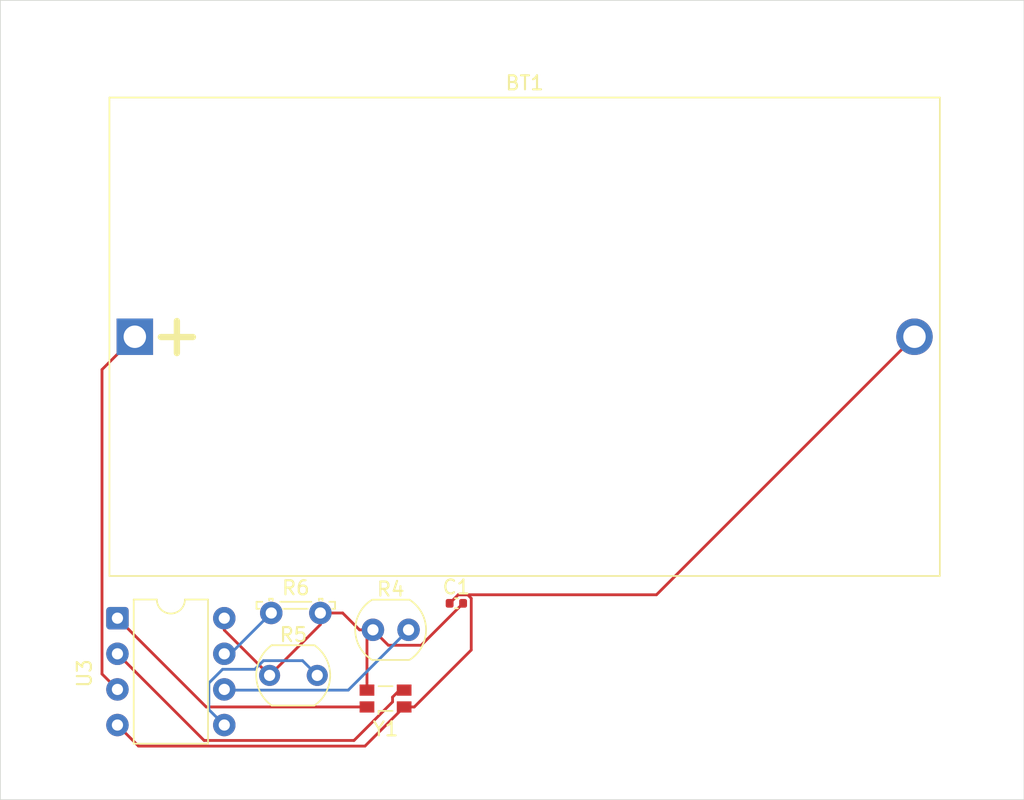
<source format=kicad_pcb>
(kicad_pcb (version 20241229) (generator "pcbnew") (generator_version "9.0")
  (layers (0 "F.Cu" signal) (2 "B.Cu" signal) (13 "F.Paste" user) (15 "B.Paste" user) (5 "F.SilkS" user "F.Silkscreen") (7 "B.SilkS" user "B.Silkscreen") (1 "F.Mask" user) (3 "B.Mask" user) (25 "Edge.Cuts" user))
  (net 0 "")
  (net 1 "Net-(BT1-+)")
  (net 2 "GND")
  (net 3 "VCC")
  (net 4 "Net-(U3-SCL)")
  (net 5 "Net-(U3-SDA)")
  (net 6 "Net-(U3-SQW{slash}OUT)")
  (net 7 "Net-(U3-X2)")
  (net 8 "Net-(U3-X1)")
  (footprint "Oscillator:Oscillator_SMD_SeikoEpson_SG3030CM" (layer "F.Cu") (at 143.47 118.79)
    (property "Reference" "Y1" (at 0 2.17 0) (layer "F.SilkS"))
    (property "Value" "SG-3030CM")
    (fp_line (start -0.5 -0.88) (end 0.5 -0.88) (stroke (width 0.12)) (layer "F.SilkS"))
    (fp_line (start -0.5 0.88) (end 0.5 0.88) (stroke (width 0.12)) (layer "F.SilkS"))
    (fp_line (start -0.5 1.1) (end -0.5 0.88) (stroke (width 0.12)) (layer "F.SilkS"))
    (pad "1" smd rect (at -1.325 0.6) (size 1.05 0.8) (layers "F.Cu" "F.Mask" "F.Paste") (net 8 "Net-(U3-X1)"))
    (pad "2" smd rect (at 1.325 0.6) (size 1.05 0.8) (layers "F.Cu" "F.Mask" "F.Paste") (net 2 "GND"))
    (pad "3" smd rect (at 1.325 -0.6) (size 1.05 0.8) (layers "F.Cu" "F.Mask" "F.Paste") (net 7 "Net-(U3-X2)"))
    (pad "4" smd rect (at -1.325 -0.6) (size 1.05 0.8) (layers "F.Cu" "F.Mask" "F.Paste") (net 3 "VCC"))
  )
  (footprint "Battery:BatteryHolder_Bulgin_BX0036_1xC" (layer "F.Cu") (at 125.59 92.99)
    (property "Reference" "BT1" (at 27.8 -18.1 0) (layer "F.SilkS"))
    (property "Value" "Battery_Cell")
    (fp_line (start -1.81 -17.06) (end -1.81 17.06) (stroke (width 0.12)) (layer "F.SilkS"))
    (fp_line (start -1.81 -17.06) (end 57.41 -17.06) (stroke (width 0.12)) (layer "F.SilkS"))
    (fp_line (start -1.81 17.06) (end 57.41 17.06) (stroke (width 0.12)) (layer "F.SilkS"))
    (fp_line (start 57.41 -17.06) (end 57.41 17.06) (stroke (width 0.12)) (layer "F.SilkS"))
    (fp_text user "+" (at 3 -0.2 0) (layer "F.SilkS") (effects (font (size 3 3) (thickness 0.45))))
    (pad "" np_thru_hole circle (at 11.9 0) (size 3.8 3.8) (drill 3.8) (layers "*.Cu" "*.Mask"))
    (pad "" np_thru_hole circle (at 43.7 0) (size 3.8 3.8) (drill 3.8) (layers "*.Cu" "*.Mask"))
    (pad "1" thru_hole rect (at 0 0) (size 2.6 2.6) (drill 1.6) (layers "*.Cu" "*.Mask") (net 1 "Net-(BT1-+)"))
    (pad "2" thru_hole circle (at 55.6 0) (size 2.6 2.6) (drill 1.6) (layers "*.Cu" "*.Mask") (net 2 "GND"))
  )
  (footprint "Package_DIP:DIP-8_W7.62mm" (layer "F.Cu") (at 124.35 113.06)
    (property "Reference" "U3" (at -2.35 3.94 90) (layer "F.SilkS"))
    (property "Value" "DS1307+")
    (fp_line (start 1.16 -1.33) (end 1.16 8.95) (stroke (width 0.12)) (layer "F.SilkS"))
    (fp_line (start 1.16 8.95) (end 6.46 8.95) (stroke (width 0.12)) (layer "F.SilkS"))
    (fp_line (start 2.81 -1.33) (end 1.16 -1.33) (stroke (width 0.12)) (layer "F.SilkS"))
    (fp_line (start 6.46 -1.33) (end 4.81 -1.33) (stroke (width 0.12)) (layer "F.SilkS"))
    (fp_line (start 6.46 8.95) (end 6.46 -1.33) (stroke (width 0.12)) (layer "F.SilkS"))
    (fp_arc (start 4.81 -1.33) (mid 3.81 -0.33) (end 2.81 -1.33) (stroke (width 0.12)) (layer "F.SilkS"))
    (pad "1" thru_hole roundrect (at 0 0) (size 1.6 1.6) (drill 0.8) (layers "*.Cu" "*.Mask") (roundrect_rratio 0.15625) (net 8 "Net-(U3-X1)"))
    (pad "2" thru_hole circle (at 0 2.54) (size 1.6 1.6) (drill 0.8) (layers "*.Cu" "*.Mask") (net 7 "Net-(U3-X2)"))
    (pad "3" thru_hole circle (at 0 5.08) (size 1.6 1.6) (drill 0.8) (layers "*.Cu" "*.Mask") (net 1 "Net-(BT1-+)"))
    (pad "4" thru_hole circle (at 0 7.62) (size 1.6 1.6) (drill 0.8) (layers "*.Cu" "*.Mask") (net 2 "GND"))
    (pad "5" thru_hole circle (at 7.62 7.62) (size 1.6 1.6) (drill 0.8) (layers "*.Cu" "*.Mask") (net 5 "Net-(U3-SDA)"))
    (pad "6" thru_hole circle (at 7.62 5.08) (size 1.6 1.6) (drill 0.8) (layers "*.Cu" "*.Mask") (net 4 "Net-(U3-SCL)"))
    (pad "7" thru_hole circle (at 7.62 2.54) (size 1.6 1.6) (drill 0.8) (layers "*.Cu" "*.Mask") (net 6 "Net-(U3-SQW{slash}OUT)"))
    (pad "8" thru_hole circle (at 7.62 0) (size 1.6 1.6) (drill 0.8) (layers "*.Cu" "*.Mask") (net 3 "VCC"))
  )
  (footprint "OptoDevice:R_LDR_5.1x4.3mm_P3.4mm_Vertical" (layer "F.Cu") (at 135.2 117.14)
    (property "Reference" "R5" (at 1.7 -2.9 0) (layer "F.SilkS"))
    (property "Value" "R_US")
    (fp_line (start 0.15 -2.15) (end 3.2 -2.15) (stroke (width 0.12)) (layer "F.SilkS"))
    (fp_line (start 0.15 2.15) (end 3.2 2.15) (stroke (width 0.12)) (layer "F.SilkS"))
    (fp_arc (start 0.15 2.15) (mid -0.950438 -0.013368) (end 0.171766 -2.165525) (stroke (width 0.12)) (layer "F.SilkS"))
    (fp_arc (start 3.2 -2.15) (mid 4.321403 -0.027338) (end 3.244513 2.118249) (stroke (width 0.12)) (layer "F.SilkS"))
    (pad "1" thru_hole circle (at 0 0) (size 1.5 1.5) (drill 0.8) (layers "*.Cu" "*.Mask") (net 3 "VCC"))
    (pad "2" thru_hole circle (at 3.4 0) (size 1.5 1.5) (drill 0.8) (layers "*.Cu" "*.Mask") (net 5 "Net-(U3-SDA)"))
  )
  (footprint "OptoDevice:R_LDR_5.2x5.2mm_P3.5mm_Horizontal" (layer "F.Cu") (at 135.32 112.69)
    (property "Reference" "R6" (at 1.75 -1.79 0) (layer "F.SilkS"))
    (property "Value" "R_US")
    (fp_line (start -1.05 -0.8) (end -1.05 -0.3) (stroke (width 0.12)) (layer "F.SilkS"))
    (fp_line (start -1.05 -0.3) (end -0.85 -0.3) (stroke (width 0.12)) (layer "F.SilkS"))
    (fp_line (start -0.64 -0.8) (end -1.05 -0.8) (stroke (width 0.12)) (layer "F.SilkS"))
    (fp_line (start -0.15 -1.02) (end -0.15 -0.89) (stroke (width 0.12)) (layer "F.SilkS"))
    (fp_line (start -0.15 -1.02) (end 0.1 -1.02) (stroke (width 0.12)) (layer "F.SilkS"))
    (fp_line (start 0.1 -1.02) (end 0.1 -0.89) (stroke (width 0.12)) (layer "F.SilkS"))
    (fp_line (start 0.85 -0.3) (end 2.6 -0.3) (stroke (width 0.12)) (layer "F.SilkS"))
    (fp_line (start 2.86 -0.8) (end 0.64 -0.8) (stroke (width 0.12)) (layer "F.SilkS"))
    (fp_line (start 3.4 -1.02) (end 3.4 -0.89) (stroke (width 0.12)) (layer "F.SilkS"))
    (fp_line (start 3.4 -1.02) (end 3.65 -1.02) (stroke (width 0.12)) (layer "F.SilkS"))
    (fp_line (start 3.65 -1.02) (end 3.65 -0.89) (stroke (width 0.12)) (layer "F.SilkS"))
    (fp_line (start 4.35 -0.3) (end 4.55 -0.3) (stroke (width 0.12)) (layer "F.SilkS"))
    (fp_line (start 4.55 -0.8) (end 4.14 -0.8) (stroke (width 0.12)) (layer "F.SilkS"))
    (fp_line (start 4.55 -0.3) (end 4.55 -0.8) (stroke (width 0.12)) (layer "F.SilkS"))
    (pad "1" thru_hole circle (at 0 0) (size 1.6 1.6) (drill 0.8) (layers "*.Cu" "*.Mask") (net 6 "Net-(U3-SQW{slash}OUT)"))
    (pad "2" thru_hole circle (at 3.5 0) (size 1.6 1.6) (drill 0.8) (layers "*.Cu" "*.Mask") (net 3 "VCC"))
  )
  (footprint "OptoDevice:R_LDR_4.9x4.2mm_P2.54mm_Vertical" (layer "F.Cu") (at 142.57 113.89)
    (property "Reference" "R4" (at 1.27 -2.9 0) (layer "F.SilkS"))
    (property "Value" "R_US")
    (fp_line (start -0.05 -2.15) (end 2.6 -2.15) (stroke (width 0.12)) (layer "F.SilkS"))
    (fp_line (start -0.05 2.15) (end 2.6 2.15) (stroke (width 0.12)) (layer "F.SilkS"))
    (fp_arc (start -0.05 2.15) (mid -1.262424 0.01494) (end -0.075476 -2.134388) (stroke (width 0.12)) (layer "F.SilkS"))
    (fp_arc (start 2.6 -2.15) (mid 3.788646 -0.016616) (end 2.628027 2.132145) (stroke (width 0.12)) (layer "F.SilkS"))
    (pad "1" thru_hole circle (at 0 0) (size 1.6 1.6) (drill 0.8) (layers "*.Cu" "*.Mask") (net 3 "VCC"))
    (pad "2" thru_hole circle (at 2.54 0) (size 1.6 1.6) (drill 0.8) (layers "*.Cu" "*.Mask") (net 4 "Net-(U3-SCL)"))
  )
  (footprint "Capacitor_SMD:C_0402_1005Metric" (layer "F.Cu") (at 148.52 112)
    (property "Reference" "C1" (at 0 -1.16 0) (layer "F.SilkS"))
    (property "Value" "C")
    (fp_line (start -0.107836 -0.36) (end 0.107836 -0.36) (stroke (width 0.12)) (layer "F.SilkS"))
    (fp_line (start -0.107836 0.36) (end 0.107836 0.36) (stroke (width 0.12)) (layer "F.SilkS"))
    (pad "1" smd roundrect (at -0.48 0) (size 0.56 0.62) (layers "F.Cu" "F.Mask" "F.Paste") (net 2 "GND"))
    (pad "2" smd roundrect (at 0.48 0) (size 0.56 0.62) (layers "F.Cu" "F.Mask" "F.Paste") (net 3 "VCC"))
  )
  (gr_rect (start 116 69) (end 189 126) (stroke (width 0.05)) (fill no) (layer "Edge.Cuts"))
  (segment (start 124.35 118.14) (end 123.249 117.039) (width 0.2) (layer "F.Cu") (net 1))
  (segment (start 123.249 95.331) (end 125.59 92.99) (width 0.2) (layer "F.Cu") (net 1))
  (segment (start 123.249 117.039) (end 123.249 95.331) (width 0.2) (layer "F.Cu") (net 1))
  (segment (start 144.795 119.39) (end 145.52 119.39) (width 0.2) (layer "F.Cu") (net 2))
  (segment (start 125.852 122.182) (end 142.003 122.182) (width 0.2) (layer "F.Cu") (net 2))
  (segment (start 148.04 112) (end 148.651 111.389) (width 0.2) (layer "F.Cu") (net 2))
  (segment (start 124.35 120.68) (end 125.852 122.182) (width 0.2) (layer "F.Cu") (net 2))
  (segment (start 149.581 111.64345) (end 149.32655 111.389) (width 0.2) (layer "F.Cu") (net 2))
  (segment (start 162.791 111.389) (end 181.19 92.99) (width 0.2) (layer "F.Cu") (net 2))
  (segment (start 149.32655 111.389) (end 148.651 111.389) (width 0.2) (layer "F.Cu") (net 2))
  (segment (start 148.651 111.389) (end 162.791 111.389) (width 0.2) (layer "F.Cu") (net 2))
  (segment (start 145.52 119.39) (end 149.581 115.329) (width 0.2) (layer "F.Cu") (net 2))
  (segment (start 149.581 115.329) (end 149.581 111.64345) (width 0.2) (layer "F.Cu") (net 2))
  (segment (start 142.003 122.182) (end 144.795 119.39) (width 0.2) (layer "F.Cu") (net 2))
  (segment (start 141.61 113.89) (end 140.41 112.69) (width 0.2) (layer "F.Cu") (net 3))
  (segment (start 135.2 117.14) (end 131.97 113.91) (width 0.2) (layer "F.Cu") (net 3))
  (segment (start 149 112) (end 146.009 114.991) (width 0.2) (layer "F.Cu") (net 3))
  (segment (start 140.41 112.69) (end 138.82 112.69) (width 0.2) (layer "F.Cu") (net 3))
  (segment (start 142.145 118.19) (end 142.145 114.315) (width 0.2) (layer "F.Cu") (net 3))
  (segment (start 143.671 114.991) (end 142.57 113.89) (width 0.2) (layer "F.Cu") (net 3))
  (segment (start 131.97 113.91) (end 131.97 113.06) (width 0.2) (layer "F.Cu") (net 3))
  (segment (start 138.82 113.52) (end 135.2 117.14) (width 0.2) (layer "F.Cu") (net 3))
  (segment (start 146.009 114.991) (end 143.671 114.991) (width 0.2) (layer "F.Cu") (net 3))
  (segment (start 142.145 114.315) (end 142.57 113.89) (width 0.2) (layer "F.Cu") (net 3))
  (segment (start 138.82 112.69) (end 138.82 113.52) (width 0.2) (layer "F.Cu") (net 3))
  (segment (start 142.57 113.89) (end 141.61 113.89) (width 0.2) (layer "F.Cu") (net 3))
  (segment (start 131.97 118.14) (end 132.021 118.191) (width 0.2) (layer "B.Cu") (net 4))
  (segment (start 132.021 118.191) (end 140.809 118.191) (width 0.2) (layer "B.Cu") (net 4))
  (segment (start 140.809 118.191) (end 145.11 113.89) (width 0.2) (layer "B.Cu") (net 4))
  (segment (start 131.848289 116.704661) (end 134.149 116.704661) (width 0.2) (layer "B.Cu") (net 5))
  (segment (start 134.149 116.704661) (end 134.764661 116.089) (width 0.2) (layer "B.Cu") (net 5))
  (segment (start 130.869 119.579) (end 130.869 117.68395) (width 0.2) (layer "B.Cu") (net 5))
  (segment (start 137.549 116.089) (end 138.6 117.14) (width 0.2) (layer "B.Cu") (net 5))
  (segment (start 134.764661 116.089) (end 137.549 116.089) (width 0.2) (layer "B.Cu") (net 5))
  (segment (start 130.869 117.68395) (end 131.848289 116.704661) (width 0.2) (layer "B.Cu") (net 5))
  (segment (start 131.97 120.68) (end 130.869 119.579) (width 0.2) (layer "B.Cu") (net 5))
  (segment (start 135.32 112.69) (end 132.41 115.6) (width 0.2) (layer "B.Cu") (net 6))
  (segment (start 132.41 115.6) (end 131.97 115.6) (width 0.2) (layer "B.Cu") (net 6))
  (segment (start 144.795 118.19) (end 144.468 118.19) (width 0.2) (layer "F.Cu") (net 7))
  (segment (start 141.219 121.781) (end 130.531 121.781) (width 0.2) (layer "F.Cu") (net 7))
  (segment (start 143.969 119.031) (end 141.219 121.781) (width 0.2) (layer "F.Cu") (net 7))
  (segment (start 143.969 118.689) (end 143.969 119.031) (width 0.2) (layer "F.Cu") (net 7))
  (segment (start 144.468 118.19) (end 143.969 118.689) (width 0.2) (layer "F.Cu") (net 7))
  (segment (start 130.531 121.781) (end 124.35 115.6) (width 0.2) (layer "F.Cu") (net 7))
  (segment (start 124.35 113.06) (end 130.68 119.39) (width 0.2) (layer "F.Cu") (net 8))
  (segment (start 130.68 119.39) (end 142.145 119.39) (width 0.2) (layer "F.Cu") (net 8))
)
</source>
